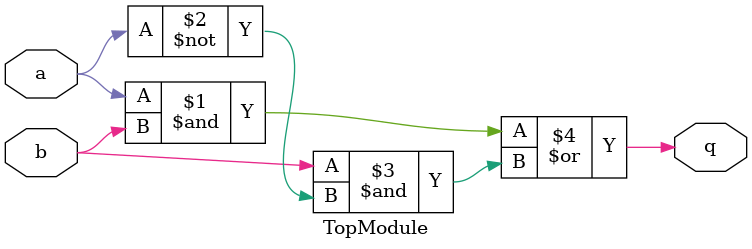
<source format=sv>
module TopModule (
    input logic a,
    input logic b,
    output logic q
);
    assign q = (a & b) | (b & ~a);
endmodule
</source>
